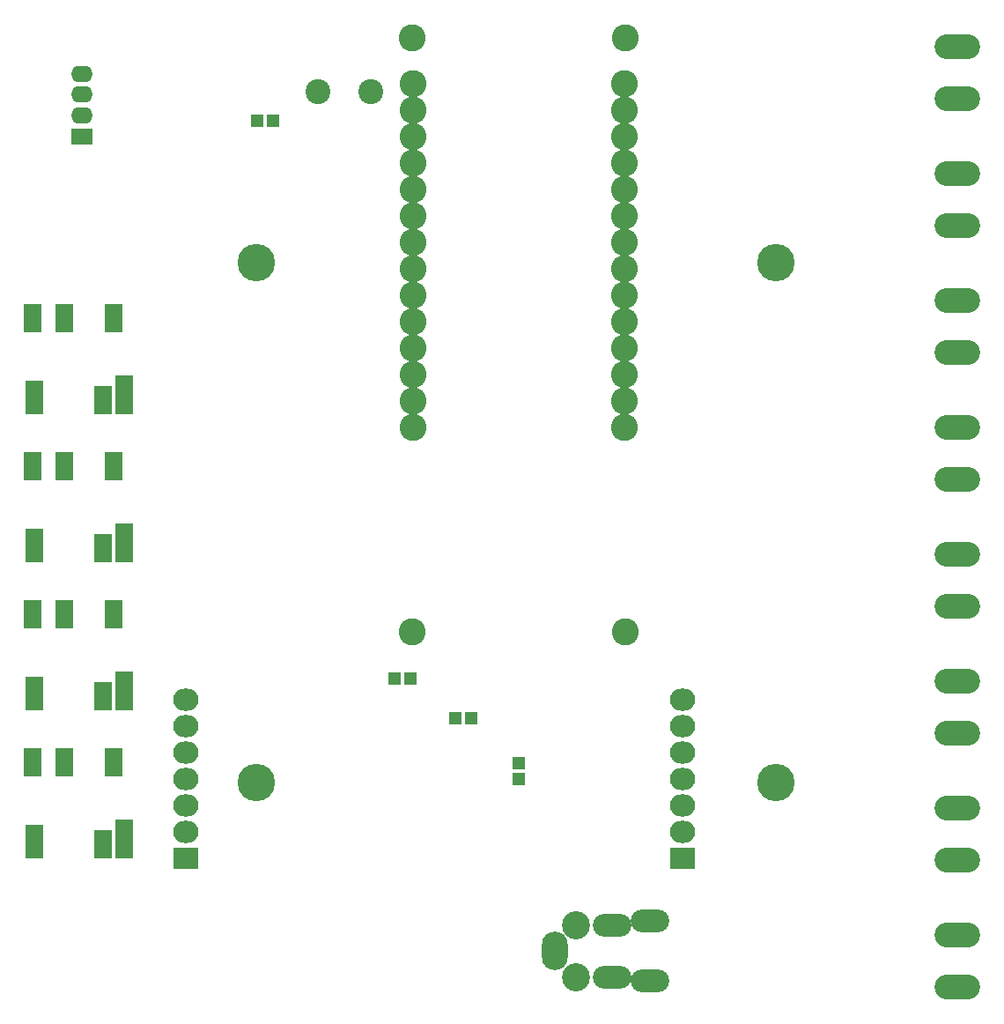
<source format=gbs>
G04 #@! TF.FileFunction,Soldermask,Bot*
%FSLAX46Y46*%
G04 Gerber Fmt 4.6, Leading zero omitted, Abs format (unit mm)*
G04 Created by KiCad (PCBNEW (2015-12-10 BZR 6367)-product) date Fri 14 Oct 2016 00:38:17 BST*
%MOMM*%
G01*
G04 APERTURE LIST*
%ADD10C,0.100000*%
%ADD11O,4.362400X2.381200*%
%ADD12R,1.200000X1.150000*%
%ADD13R,1.150000X1.200000*%
%ADD14R,2.432000X2.127200*%
%ADD15O,2.432000X2.127200*%
%ADD16R,1.670000X3.702000*%
%ADD17R,1.670000X2.686000*%
%ADD18R,1.670000X3.194000*%
%ADD19C,2.600000*%
%ADD20R,2.099260X1.598880*%
%ADD21O,2.099260X1.598880*%
%ADD22C,3.600000*%
%ADD23O,2.500000X3.700000*%
%ADD24O,3.700000X2.200000*%
%ADD25C,2.700000*%
%ADD26C,2.400000*%
G04 APERTURE END LIST*
D10*
D11*
X135636000Y-55626000D03*
X135636000Y-60626000D03*
X135636000Y-104394000D03*
X135636000Y-109394000D03*
X135636000Y-116586000D03*
X135636000Y-121586000D03*
X135636000Y-67818000D03*
X135636000Y-72818000D03*
X135636000Y-43434000D03*
X135636000Y-48434000D03*
X135636000Y-92202000D03*
X135636000Y-97202000D03*
X135636000Y-80010000D03*
X135636000Y-85010000D03*
D12*
X69838000Y-38354000D03*
X68338000Y-38354000D03*
X88888000Y-95758000D03*
X87388000Y-95758000D03*
D13*
X93472000Y-100088000D03*
X93472000Y-101588000D03*
D12*
X81546000Y-91948000D03*
X83046000Y-91948000D03*
D14*
X109220000Y-109220000D03*
D15*
X109220000Y-106680000D03*
X109220000Y-104140000D03*
X109220000Y-101600000D03*
X109220000Y-99060000D03*
X109220000Y-96520000D03*
X109220000Y-93980000D03*
D14*
X61468000Y-109220000D03*
D15*
X61468000Y-106680000D03*
X61468000Y-104140000D03*
X61468000Y-101600000D03*
X61468000Y-99060000D03*
X61468000Y-96520000D03*
X61468000Y-93980000D03*
D11*
X135636000Y-31242000D03*
X135636000Y-36242000D03*
D16*
X55499000Y-64643000D03*
D17*
X53467000Y-65151000D03*
D18*
X46863000Y-64897000D03*
D17*
X54483000Y-57277000D03*
X49784000Y-57277000D03*
X46736000Y-57277000D03*
D16*
X55499000Y-78867000D03*
D17*
X53467000Y-79375000D03*
D18*
X46863000Y-79121000D03*
D17*
X54483000Y-71501000D03*
X49784000Y-71501000D03*
X46736000Y-71501000D03*
D16*
X55499000Y-93091000D03*
D17*
X53467000Y-93599000D03*
D18*
X46863000Y-93345000D03*
D17*
X54483000Y-85725000D03*
X49784000Y-85725000D03*
X46736000Y-85725000D03*
D16*
X55499000Y-107315000D03*
D17*
X53467000Y-107823000D03*
D18*
X46863000Y-107569000D03*
D17*
X54483000Y-99949000D03*
X49784000Y-99949000D03*
X46736000Y-99949000D03*
D19*
X103632000Y-34798000D03*
X103632000Y-37338000D03*
X103632000Y-39878000D03*
X103632000Y-42418000D03*
X103632000Y-44958000D03*
X103632000Y-47498000D03*
X103632000Y-50038000D03*
X103632000Y-52578000D03*
X103632000Y-55118000D03*
X103632000Y-57658000D03*
X103632000Y-60198000D03*
X103632000Y-62738000D03*
X103632000Y-65278000D03*
X103632000Y-67818000D03*
X83312000Y-67818000D03*
X83312000Y-65278000D03*
X83312000Y-62738000D03*
X83312000Y-60198000D03*
X83312000Y-57658000D03*
X83312000Y-55118000D03*
X83312000Y-52578000D03*
X83312000Y-50038000D03*
X83312000Y-47498000D03*
X83312000Y-44958000D03*
X83312000Y-42418000D03*
X83312000Y-39878000D03*
X83312000Y-37338000D03*
X103722000Y-30378000D03*
X83222000Y-30378000D03*
X83222000Y-87478000D03*
X103722000Y-87478000D03*
X83312000Y-34798000D03*
D20*
X51435000Y-39832280D03*
D21*
X51435000Y-35829240D03*
X51435000Y-37830760D03*
X51435000Y-33830260D03*
D22*
X68218000Y-51962000D03*
X118218000Y-51962000D03*
X68218000Y-101962000D03*
X118218000Y-101962000D03*
D23*
X96940000Y-118110000D03*
D24*
X102440000Y-120610000D03*
X102440000Y-115610000D03*
X106090000Y-121010000D03*
X106090000Y-115210000D03*
D25*
X98940000Y-115610000D03*
X98940000Y-120610000D03*
D26*
X74208000Y-35560000D03*
X79208000Y-35560000D03*
M02*

</source>
